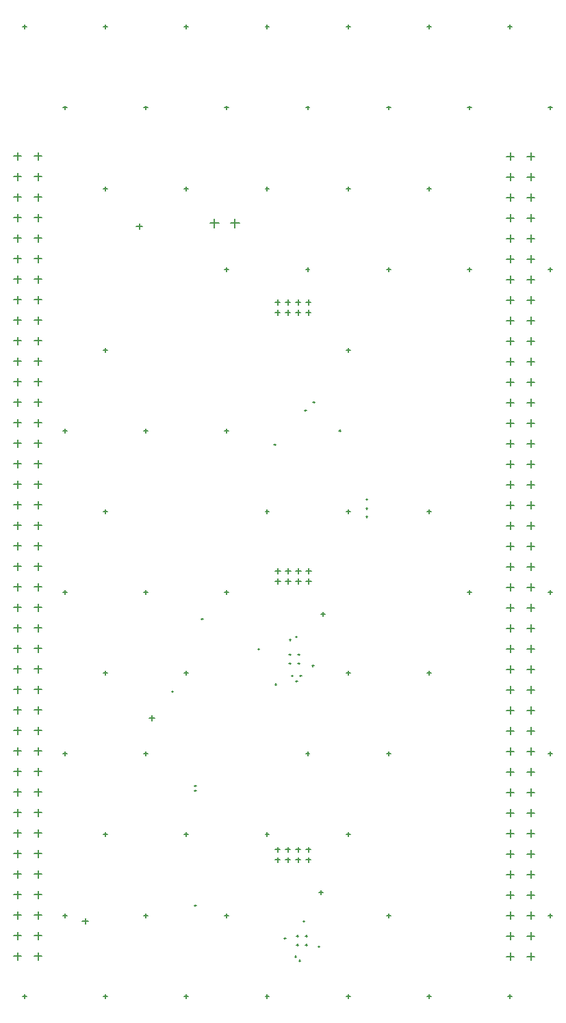
<source format=gbr>
%TF.GenerationSoftware,Altium Limited,Altium Designer,19.1.6 (110)*%
G04 Layer_Color=128*
%FSLAX26Y26*%
%MOIN*%
%TF.FileFunction,Drillmap*%
%TF.Part,Single*%
G01*
G75*
%TA.AperFunction,NonConductor*%
%ADD58C,0.005000*%
D58*
X-1359315Y2047956D02*
X-1323094D01*
X-1341205Y2029845D02*
Y2066066D01*
X-1359315Y1947956D02*
X-1323094D01*
X-1341205Y1929845D02*
Y1966066D01*
X-1359315Y1847956D02*
X-1323094D01*
X-1341205Y1829845D02*
Y1866066D01*
X-1359315Y1747956D02*
X-1323094D01*
X-1341205Y1729845D02*
Y1766066D01*
X-1359315Y1647956D02*
X-1323094D01*
X-1341205Y1629845D02*
Y1666066D01*
X-1359315Y1547956D02*
X-1323094D01*
X-1341205Y1529845D02*
Y1566066D01*
X-1359315Y1447956D02*
X-1323094D01*
X-1341205Y1429845D02*
Y1466066D01*
X-1359315Y1347956D02*
X-1323094D01*
X-1341205Y1329845D02*
Y1366066D01*
X-1359315Y1247956D02*
X-1323094D01*
X-1341205Y1229845D02*
Y1266066D01*
X-1359315Y1147956D02*
X-1323094D01*
X-1341205Y1129845D02*
Y1166066D01*
X-1359315Y1047956D02*
X-1323094D01*
X-1341205Y1029845D02*
Y1066066D01*
X-1359315Y947956D02*
X-1323094D01*
X-1341205Y929845D02*
Y966066D01*
X-1359315Y847956D02*
X-1323094D01*
X-1341205Y829845D02*
Y866066D01*
X-1359315Y747956D02*
X-1323094D01*
X-1341205Y729845D02*
Y766066D01*
X-1359315Y647956D02*
X-1323094D01*
X-1341205Y629845D02*
Y666066D01*
X-1359315Y547956D02*
X-1323094D01*
X-1341205Y529845D02*
Y566066D01*
X-1359315Y447955D02*
X-1323094D01*
X-1341205Y429845D02*
Y466066D01*
X-1359315Y347955D02*
X-1323094D01*
X-1341205Y329845D02*
Y366066D01*
X-1359315Y247956D02*
X-1323094D01*
X-1341205Y229845D02*
Y266066D01*
X-1359315Y147956D02*
X-1323094D01*
X-1341205Y129845D02*
Y166066D01*
X-1359315Y47956D02*
X-1323094D01*
X-1341205Y29845D02*
Y66066D01*
X-1359315Y-52044D02*
X-1323094D01*
X-1341205Y-70155D02*
Y-33934D01*
X-1359315Y-152044D02*
X-1323094D01*
X-1341205Y-170155D02*
Y-133934D01*
X-1359315Y-252044D02*
X-1323094D01*
X-1341205Y-270155D02*
Y-233934D01*
X-1359315Y-352045D02*
X-1323094D01*
X-1341205Y-370155D02*
Y-333934D01*
X-1359315Y-452045D02*
X-1323094D01*
X-1341205Y-470155D02*
Y-433934D01*
X-1359315Y-552044D02*
X-1323094D01*
X-1341205Y-570155D02*
Y-533934D01*
X-1359315Y-652044D02*
X-1323094D01*
X-1341205Y-670155D02*
Y-633934D01*
X-1359315Y-752044D02*
X-1323094D01*
X-1341205Y-770155D02*
Y-733934D01*
X-1359315Y-852044D02*
X-1323094D01*
X-1341205Y-870155D02*
Y-833934D01*
X-1359315Y-952044D02*
X-1323094D01*
X-1341205Y-970155D02*
Y-933934D01*
X-1359315Y-1052044D02*
X-1323094D01*
X-1341205Y-1070155D02*
Y-1033934D01*
X-1359315Y-1152044D02*
X-1323094D01*
X-1341205Y-1170155D02*
Y-1133934D01*
X-1359315Y-1252044D02*
X-1323094D01*
X-1341205Y-1270155D02*
Y-1233934D01*
X-1359315Y-1352044D02*
X-1323094D01*
X-1341205Y-1370155D02*
Y-1333934D01*
X-1359315Y-1452044D02*
X-1323094D01*
X-1341205Y-1470155D02*
Y-1433934D01*
X-1359315Y-1552044D02*
X-1323094D01*
X-1341205Y-1570155D02*
Y-1533934D01*
X-1359315Y-1652044D02*
X-1323094D01*
X-1341205Y-1670155D02*
Y-1633934D01*
X-1359315Y-1752044D02*
X-1323094D01*
X-1341205Y-1770155D02*
Y-1733934D01*
X-1359315Y-1852044D02*
X-1323094D01*
X-1341205Y-1870155D02*
Y-1833934D01*
X-1259315Y2047956D02*
X-1223094D01*
X-1241205Y2029845D02*
Y2066066D01*
X-1259315Y1947956D02*
X-1223094D01*
X-1241205Y1929845D02*
Y1966066D01*
X-1259315Y1847956D02*
X-1223094D01*
X-1241205Y1829845D02*
Y1866066D01*
X-1259315Y1747956D02*
X-1223094D01*
X-1241205Y1729845D02*
Y1766066D01*
X-1259315Y1647956D02*
X-1223094D01*
X-1241205Y1629845D02*
Y1666066D01*
X-1259315Y1547956D02*
X-1223094D01*
X-1241205Y1529845D02*
Y1566066D01*
X-1259315Y1447956D02*
X-1223094D01*
X-1241205Y1429845D02*
Y1466066D01*
X-1259315Y1347956D02*
X-1223094D01*
X-1241205Y1329845D02*
Y1366066D01*
X-1259315Y1247956D02*
X-1223094D01*
X-1241205Y1229845D02*
Y1266066D01*
X-1259315Y1147956D02*
X-1223094D01*
X-1241205Y1129845D02*
Y1166066D01*
X-1259315Y1047956D02*
X-1223094D01*
X-1241205Y1029845D02*
Y1066066D01*
X-1259315Y947956D02*
X-1223094D01*
X-1241205Y929845D02*
Y966066D01*
X-1259315Y847956D02*
X-1223094D01*
X-1241205Y829845D02*
Y866066D01*
X-1259315Y747956D02*
X-1223094D01*
X-1241205Y729845D02*
Y766066D01*
X-1259315Y647956D02*
X-1223094D01*
X-1241205Y629845D02*
Y666066D01*
X-1259315Y547956D02*
X-1223094D01*
X-1241205Y529845D02*
Y566066D01*
X-1259315Y447955D02*
X-1223094D01*
X-1241205Y429845D02*
Y466066D01*
X-1259315Y347955D02*
X-1223094D01*
X-1241205Y329845D02*
Y366066D01*
X-1259315Y247956D02*
X-1223094D01*
X-1241205Y229845D02*
Y266066D01*
X-1259315Y147956D02*
X-1223094D01*
X-1241205Y129845D02*
Y166066D01*
X-1259315Y47956D02*
X-1223094D01*
X-1241205Y29845D02*
Y66066D01*
X-1259315Y-52044D02*
X-1223094D01*
X-1241205Y-70155D02*
Y-33934D01*
X-1259315Y-152044D02*
X-1223094D01*
X-1241205Y-170155D02*
Y-133934D01*
X-1259315Y-252044D02*
X-1223094D01*
X-1241205Y-270155D02*
Y-233934D01*
X-1259315Y-352045D02*
X-1223094D01*
X-1241205Y-370155D02*
Y-333934D01*
X-1259315Y-452045D02*
X-1223094D01*
X-1241205Y-470155D02*
Y-433934D01*
X-1259315Y-552044D02*
X-1223094D01*
X-1241205Y-570155D02*
Y-533934D01*
X-1259315Y-652044D02*
X-1223094D01*
X-1241205Y-670155D02*
Y-633934D01*
X-1259315Y-752044D02*
X-1223094D01*
X-1241205Y-770155D02*
Y-733934D01*
X-1259315Y-852044D02*
X-1223094D01*
X-1241205Y-870155D02*
Y-833934D01*
X-1259315Y-952044D02*
X-1223094D01*
X-1241205Y-970155D02*
Y-933934D01*
X-1259315Y-1052044D02*
X-1223094D01*
X-1241205Y-1070155D02*
Y-1033934D01*
X-1259315Y-1152044D02*
X-1223094D01*
X-1241205Y-1170155D02*
Y-1133934D01*
X-1259315Y-1252044D02*
X-1223094D01*
X-1241205Y-1270155D02*
Y-1233934D01*
X-1259315Y-1352044D02*
X-1223094D01*
X-1241205Y-1370155D02*
Y-1333934D01*
X-1259315Y-1452044D02*
X-1223094D01*
X-1241205Y-1470155D02*
Y-1433934D01*
X-1259315Y-1552044D02*
X-1223094D01*
X-1241205Y-1570155D02*
Y-1533934D01*
X-1259315Y-1652044D02*
X-1223094D01*
X-1241205Y-1670155D02*
Y-1633934D01*
X-1259315Y-1752044D02*
X-1223094D01*
X-1241205Y-1770155D02*
Y-1733934D01*
X-1259315Y-1852044D02*
X-1223094D01*
X-1241205Y-1870155D02*
Y-1833934D01*
X1140685Y-1853029D02*
X1176906D01*
X1158795Y-1871139D02*
Y-1834919D01*
X1140685Y-1753029D02*
X1176906D01*
X1158795Y-1771139D02*
Y-1734919D01*
X1140685Y-1653029D02*
X1176906D01*
X1158795Y-1671139D02*
Y-1634919D01*
X1140685Y-1553029D02*
X1176906D01*
X1158795Y-1571139D02*
Y-1534919D01*
X1140685Y-1453029D02*
X1176906D01*
X1158795Y-1471139D02*
Y-1434919D01*
X1140685Y-1353029D02*
X1176906D01*
X1158795Y-1371139D02*
Y-1334919D01*
X1140685Y-1253029D02*
X1176906D01*
X1158795Y-1271139D02*
Y-1234919D01*
X1140685Y-1153029D02*
X1176906D01*
X1158795Y-1171139D02*
Y-1134919D01*
X1140685Y-1053029D02*
X1176906D01*
X1158795Y-1071139D02*
Y-1034919D01*
X1140685Y-953029D02*
X1176906D01*
X1158795Y-971139D02*
Y-934919D01*
X1140685Y-853029D02*
X1176906D01*
X1158795Y-871139D02*
Y-834919D01*
X1140685Y-753029D02*
X1176906D01*
X1158795Y-771139D02*
Y-734919D01*
X1140685Y-653029D02*
X1176906D01*
X1158795Y-671139D02*
Y-634919D01*
X1140685Y-553029D02*
X1176906D01*
X1158795Y-571139D02*
Y-534919D01*
X1140685Y-453029D02*
X1176906D01*
X1158795Y-471139D02*
Y-434919D01*
X1140685Y-353029D02*
X1176906D01*
X1158795Y-371139D02*
Y-334919D01*
X1140685Y-253029D02*
X1176906D01*
X1158795Y-271139D02*
Y-234919D01*
X1140685Y-153029D02*
X1176906D01*
X1158795Y-171139D02*
Y-134919D01*
X1140685Y-53029D02*
X1176906D01*
X1158795Y-71139D02*
Y-34919D01*
X1140685Y46971D02*
X1176906D01*
X1158795Y28861D02*
Y65081D01*
X1140685Y146971D02*
X1176906D01*
X1158795Y128861D02*
Y165081D01*
X1140685Y246971D02*
X1176906D01*
X1158795Y228861D02*
Y265081D01*
X1140685Y346971D02*
X1176906D01*
X1158795Y328861D02*
Y365081D01*
X1140685Y446971D02*
X1176906D01*
X1158795Y428861D02*
Y465081D01*
X1140685Y546971D02*
X1176906D01*
X1158795Y528861D02*
Y565081D01*
X1140685Y646971D02*
X1176906D01*
X1158795Y628861D02*
Y665081D01*
X1140685Y746971D02*
X1176906D01*
X1158795Y728861D02*
Y765081D01*
X1140685Y846971D02*
X1176906D01*
X1158795Y828861D02*
Y865081D01*
X1140685Y946971D02*
X1176906D01*
X1158795Y928861D02*
Y965081D01*
X1140685Y1046971D02*
X1176906D01*
X1158795Y1028861D02*
Y1065081D01*
X1140685Y1146971D02*
X1176906D01*
X1158795Y1128861D02*
Y1165081D01*
X1140685Y1246971D02*
X1176906D01*
X1158795Y1228861D02*
Y1265081D01*
X1140685Y1346971D02*
X1176906D01*
X1158795Y1328861D02*
Y1365081D01*
X1140685Y1446971D02*
X1176906D01*
X1158795Y1428861D02*
Y1465081D01*
X1140685Y1546971D02*
X1176906D01*
X1158795Y1528861D02*
Y1565081D01*
X1140685Y1646971D02*
X1176906D01*
X1158795Y1628861D02*
Y1665081D01*
X1140685Y1746971D02*
X1176906D01*
X1158795Y1728861D02*
Y1765081D01*
X1140685Y1846971D02*
X1176906D01*
X1158795Y1828861D02*
Y1865081D01*
X1140685Y1946971D02*
X1176906D01*
X1158795Y1928861D02*
Y1965081D01*
X1140685Y2046971D02*
X1176906D01*
X1158795Y2028861D02*
Y2065081D01*
X1040685Y-1853029D02*
X1076906D01*
X1058795Y-1871139D02*
Y-1834919D01*
X1040685Y-1753029D02*
X1076906D01*
X1058795Y-1771139D02*
Y-1734919D01*
X1040685Y-1653029D02*
X1076906D01*
X1058795Y-1671139D02*
Y-1634919D01*
X1040685Y-1553029D02*
X1076906D01*
X1058795Y-1571139D02*
Y-1534919D01*
X1040685Y-1453029D02*
X1076906D01*
X1058795Y-1471139D02*
Y-1434919D01*
X1040685Y-1353029D02*
X1076906D01*
X1058795Y-1371139D02*
Y-1334919D01*
X1040685Y-1253029D02*
X1076906D01*
X1058795Y-1271139D02*
Y-1234919D01*
X1040685Y-1153029D02*
X1076906D01*
X1058795Y-1171139D02*
Y-1134919D01*
X1040685Y-1053029D02*
X1076906D01*
X1058795Y-1071139D02*
Y-1034919D01*
X1040685Y-953029D02*
X1076906D01*
X1058795Y-971139D02*
Y-934919D01*
X1040685Y-853029D02*
X1076906D01*
X1058795Y-871139D02*
Y-834919D01*
X1040685Y-753029D02*
X1076906D01*
X1058795Y-771139D02*
Y-734919D01*
X1040685Y-653029D02*
X1076906D01*
X1058795Y-671139D02*
Y-634919D01*
X1040685Y-553029D02*
X1076906D01*
X1058795Y-571139D02*
Y-534919D01*
X1040685Y-453029D02*
X1076906D01*
X1058795Y-471139D02*
Y-434919D01*
X1040685Y-353029D02*
X1076906D01*
X1058795Y-371139D02*
Y-334919D01*
X1040685Y-253029D02*
X1076906D01*
X1058795Y-271139D02*
Y-234919D01*
X1040685Y-153029D02*
X1076906D01*
X1058795Y-171139D02*
Y-134919D01*
X1040685Y-53029D02*
X1076906D01*
X1058795Y-71139D02*
Y-34919D01*
X1040685Y46971D02*
X1076906D01*
X1058795Y28861D02*
Y65081D01*
X1040685Y146971D02*
X1076906D01*
X1058795Y128861D02*
Y165081D01*
X1040685Y246971D02*
X1076906D01*
X1058795Y228861D02*
Y265081D01*
X1040685Y346971D02*
X1076906D01*
X1058795Y328861D02*
Y365081D01*
X1040685Y446971D02*
X1076906D01*
X1058795Y428861D02*
Y465081D01*
X1040685Y546971D02*
X1076906D01*
X1058795Y528861D02*
Y565081D01*
X1040685Y646971D02*
X1076906D01*
X1058795Y628861D02*
Y665081D01*
X1040685Y746971D02*
X1076906D01*
X1058795Y728861D02*
Y765081D01*
X1040685Y846971D02*
X1076906D01*
X1058795Y828861D02*
Y865081D01*
X1040685Y946971D02*
X1076906D01*
X1058795Y928861D02*
Y965081D01*
X1040685Y1046971D02*
X1076906D01*
X1058795Y1028861D02*
Y1065081D01*
X1040685Y1146971D02*
X1076906D01*
X1058795Y1128861D02*
Y1165081D01*
X1040685Y1246971D02*
X1076906D01*
X1058795Y1228861D02*
Y1265081D01*
X1040685Y1346971D02*
X1076906D01*
X1058795Y1328861D02*
Y1365081D01*
X1040685Y1446971D02*
X1076906D01*
X1058795Y1428861D02*
Y1465081D01*
X1040685Y1546971D02*
X1076906D01*
X1058795Y1528861D02*
Y1565081D01*
X1040685Y1646971D02*
X1076906D01*
X1058795Y1628861D02*
Y1665081D01*
X1040685Y1746971D02*
X1076906D01*
X1058795Y1728861D02*
Y1765081D01*
X1040685Y1846971D02*
X1076906D01*
X1058795Y1828861D02*
Y1865081D01*
X1040685Y1946971D02*
X1076906D01*
X1058795Y1928861D02*
Y1965081D01*
X1040685Y2046971D02*
X1076906D01*
X1058795Y2028861D02*
Y2065081D01*
X-87500Y1285520D02*
X-62500D01*
X-75000Y1273020D02*
Y1298020D01*
X-87500Y1335520D02*
X-62500D01*
X-75000Y1323020D02*
Y1348020D01*
X-37500Y1285520D02*
X-12500D01*
X-25000Y1273020D02*
Y1298020D01*
X-37500Y1335520D02*
X-12500D01*
X-25000Y1323020D02*
Y1348020D01*
X12500Y1285520D02*
X37500D01*
X25000Y1273020D02*
Y1298020D01*
X12500Y1335520D02*
X37500D01*
X25000Y1323020D02*
Y1348020D01*
X62500Y1285520D02*
X87500D01*
X75000Y1273020D02*
Y1298020D01*
X62500Y1335520D02*
X87500D01*
X75000Y1323020D02*
Y1348020D01*
X63500Y25520D02*
X88500D01*
X76000Y13020D02*
Y38020D01*
X63500Y-24480D02*
X88500D01*
X76000Y-36980D02*
Y-11980D01*
X13500Y25520D02*
X38500D01*
X26000Y13020D02*
Y38020D01*
X13500Y-24480D02*
X38500D01*
X26000Y-36980D02*
Y-11980D01*
X-36500Y25520D02*
X-11500D01*
X-24000Y13020D02*
Y38020D01*
X-36500Y-24480D02*
X-11500D01*
X-24000Y-36980D02*
Y-11980D01*
X-86500Y25520D02*
X-61500D01*
X-74000Y13020D02*
Y38020D01*
X-86500Y-24480D02*
X-61500D01*
X-74000Y-36980D02*
Y-11980D01*
X-87500Y-1382480D02*
X-62500D01*
X-75000Y-1394980D02*
Y-1369980D01*
X-87500Y-1332480D02*
X-62500D01*
X-75000Y-1344980D02*
Y-1319980D01*
X-37500Y-1382480D02*
X-12500D01*
X-25000Y-1394980D02*
Y-1369980D01*
X-37500Y-1332480D02*
X-12500D01*
X-25000Y-1344980D02*
Y-1319980D01*
X12500Y-1382480D02*
X37500D01*
X25000Y-1394980D02*
Y-1369980D01*
X12500Y-1332480D02*
X37500D01*
X25000Y-1344980D02*
Y-1319980D01*
X62500Y-1382480D02*
X87500D01*
X75000Y-1394980D02*
Y-1369980D01*
X62500Y-1332480D02*
X87500D01*
X75000Y-1344980D02*
Y-1319980D01*
X-304654Y1722000D02*
X-261346D01*
X-283000Y1700347D02*
Y1743653D01*
X-404654Y1722000D02*
X-361346D01*
X-383000Y1700347D02*
Y1743653D01*
X-170437Y-353500D02*
X-162563D01*
X-166500Y-357437D02*
Y-349563D01*
X135157Y-184000D02*
X154843D01*
X145000Y-193843D02*
Y-174157D01*
X-17937Y-309000D02*
X-10063D01*
X-14000Y-312937D02*
Y-305063D01*
X125157Y-1540000D02*
X144843D01*
X135000Y-1549842D02*
Y-1530158D01*
X-591937Y-562000D02*
X-584063D01*
X-588000Y-565937D02*
Y-558063D01*
X355063Y331000D02*
X362937D01*
X359000Y327063D02*
Y334937D01*
X356063Y291000D02*
X363937D01*
X360000Y287063D02*
Y294937D01*
X355063Y375000D02*
X362937D01*
X359000Y371063D02*
Y378937D01*
X224063Y710000D02*
X231937D01*
X228000Y706063D02*
Y713937D01*
X93063Y-436000D02*
X100937D01*
X97000Y-439937D02*
Y-432063D01*
X-479937Y-1022000D02*
X-472063D01*
X-476000Y-1025937D02*
Y-1018063D01*
X-479937Y-1044000D02*
X-472063D01*
X-476000Y-1047937D02*
Y-1040063D01*
X56590Y808473D02*
X64465D01*
X60528Y804536D02*
Y812410D01*
X-701000Y-692000D02*
X-673000D01*
X-687000Y-706000D02*
Y-678000D01*
X-1026000Y-1682000D02*
X-998000D01*
X-1012000Y-1696000D02*
Y-1668000D01*
X-763000Y1706000D02*
X-735000D01*
X-749000Y1692000D02*
Y1720000D01*
X1045307Y2677709D02*
X1064992D01*
X1055150Y2667866D02*
Y2687551D01*
X1242158Y2284008D02*
X1261842D01*
X1252000Y2274166D02*
Y2293851D01*
X1242158Y1496606D02*
X1261842D01*
X1252000Y1486764D02*
Y1506449D01*
X1242158Y-78197D02*
X1261842D01*
X1252000Y-88039D02*
Y-68354D01*
X1242158Y-865598D02*
X1261842D01*
X1252000Y-875441D02*
Y-855756D01*
X1242158Y-1653000D02*
X1261842D01*
X1252000Y-1662842D02*
Y-1643158D01*
X1045307Y-2046701D02*
X1064992D01*
X1055150Y-2056543D02*
Y-2036858D01*
X651606Y2677709D02*
X671291D01*
X661449Y2667866D02*
Y2687551D01*
X848457Y2284008D02*
X868142D01*
X858299Y2274166D02*
Y2293851D01*
X651606Y1890307D02*
X671291D01*
X661449Y1880465D02*
Y1900150D01*
X848457Y1496606D02*
X868142D01*
X858299Y1486764D02*
Y1506449D01*
X651606Y315504D02*
X671291D01*
X661449Y305661D02*
Y325346D01*
X848457Y-78197D02*
X868142D01*
X858299Y-88039D02*
Y-68354D01*
X651606Y-471898D02*
X671291D01*
X661449Y-481740D02*
Y-462055D01*
X651606Y-2046701D02*
X671291D01*
X661449Y-2056543D02*
Y-2036858D01*
X257906Y2677709D02*
X277591D01*
X267748Y2667866D02*
Y2687551D01*
X454756Y2284008D02*
X474441D01*
X464598Y2274166D02*
Y2293851D01*
X257906Y1890307D02*
X277591D01*
X267748Y1880465D02*
Y1900150D01*
X454756Y1496606D02*
X474441D01*
X464598Y1486764D02*
Y1506449D01*
X257906Y1102906D02*
X277591D01*
X267748Y1093063D02*
Y1112748D01*
X257906Y315504D02*
X277591D01*
X267748Y305661D02*
Y325346D01*
X257906Y-471898D02*
X277591D01*
X267748Y-481740D02*
Y-462055D01*
X454756Y-865598D02*
X474441D01*
X464598Y-875441D02*
Y-855756D01*
X257906Y-1259299D02*
X277591D01*
X267748Y-1269142D02*
Y-1249457D01*
X454756Y-1653000D02*
X474441D01*
X464598Y-1662842D02*
Y-1643158D01*
X257906Y-2046701D02*
X277591D01*
X267748Y-2056543D02*
Y-2036858D01*
X-135795Y2677709D02*
X-116110D01*
X-125953Y2667866D02*
Y2687551D01*
X61055Y2284008D02*
X80740D01*
X70898Y2274166D02*
Y2293851D01*
X-135795Y1890307D02*
X-116110D01*
X-125953Y1880465D02*
Y1900150D01*
X61055Y1496606D02*
X80740D01*
X70898Y1486764D02*
Y1506449D01*
X-135795Y315504D02*
X-116110D01*
X-125953Y305661D02*
Y325346D01*
X61055Y-865598D02*
X80740D01*
X70898Y-875441D02*
Y-855756D01*
X-135795Y-1259299D02*
X-116110D01*
X-125953Y-1269142D02*
Y-1249457D01*
X-135795Y-2046701D02*
X-116110D01*
X-125953Y-2056543D02*
Y-2036858D01*
X-529496Y2677709D02*
X-509811D01*
X-519654Y2667866D02*
Y2687551D01*
X-332646Y2284008D02*
X-312961D01*
X-322803Y2274166D02*
Y2293851D01*
X-529496Y1890307D02*
X-509811D01*
X-519654Y1880465D02*
Y1900150D01*
X-332646Y1496606D02*
X-312961D01*
X-322803Y1486764D02*
Y1506449D01*
X-332646Y709205D02*
X-312961D01*
X-322803Y699362D02*
Y719047D01*
X-332646Y-78197D02*
X-312961D01*
X-322803Y-88039D02*
Y-68354D01*
X-529496Y-471898D02*
X-509811D01*
X-519654Y-481740D02*
Y-462055D01*
X-529496Y-1259299D02*
X-509811D01*
X-519654Y-1269142D02*
Y-1249457D01*
X-332646Y-1653000D02*
X-312961D01*
X-322803Y-1662842D02*
Y-1643158D01*
X-529496Y-2046701D02*
X-509811D01*
X-519654Y-2056543D02*
Y-2036858D01*
X-923197Y2677709D02*
X-903512D01*
X-913354Y2667866D02*
Y2687551D01*
X-726346Y2284008D02*
X-706662D01*
X-716504Y2274166D02*
Y2293851D01*
X-923197Y1890307D02*
X-903512D01*
X-913354Y1880465D02*
Y1900150D01*
X-923197Y1102906D02*
X-903512D01*
X-913354Y1093063D02*
Y1112748D01*
X-726346Y709205D02*
X-706662D01*
X-716504Y699362D02*
Y719047D01*
X-923197Y315504D02*
X-903512D01*
X-913354Y305661D02*
Y325346D01*
X-726346Y-78197D02*
X-706662D01*
X-716504Y-88039D02*
Y-68354D01*
X-923197Y-471898D02*
X-903512D01*
X-913354Y-481740D02*
Y-462055D01*
X-726346Y-865598D02*
X-706662D01*
X-716504Y-875441D02*
Y-855756D01*
X-923197Y-1259299D02*
X-903512D01*
X-913354Y-1269142D02*
Y-1249457D01*
X-726346Y-1653000D02*
X-706662D01*
X-716504Y-1662842D02*
Y-1643158D01*
X-923197Y-2046701D02*
X-903512D01*
X-913354Y-2056543D02*
Y-2036858D01*
X-1316898Y2677709D02*
X-1297213D01*
X-1307055Y2667866D02*
Y2687551D01*
X-1120047Y2284008D02*
X-1100362D01*
X-1110205Y2274166D02*
Y2293851D01*
X-1120047Y709205D02*
X-1100362D01*
X-1110205Y699362D02*
Y719047D01*
X-1120047Y-78197D02*
X-1100362D01*
X-1110205Y-88039D02*
Y-68354D01*
X-1120047Y-865598D02*
X-1100362D01*
X-1110205Y-875441D02*
Y-855756D01*
X-1120047Y-1653000D02*
X-1100362D01*
X-1110205Y-1662842D02*
Y-1643158D01*
X-1316898Y-2046701D02*
X-1297213D01*
X-1307055Y-2056543D02*
Y-2036858D01*
X-479937Y-1604000D02*
X-472063D01*
X-476000Y-1607937D02*
Y-1600063D01*
X-446937Y-208000D02*
X-439063D01*
X-443000Y-211937D02*
Y-204063D01*
X49063Y-1682000D02*
X56937D01*
X53000Y-1685937D02*
Y-1678063D01*
X29213Y-1873000D02*
X37087D01*
X33150Y-1876937D02*
Y-1869063D01*
X9063Y-1853000D02*
X16937D01*
X13000Y-1856937D02*
Y-1849063D01*
X121740Y-1805000D02*
X129614D01*
X125677Y-1808937D02*
Y-1801063D01*
X23874Y-380189D02*
X31748D01*
X27811Y-384126D02*
Y-376252D01*
X-43614Y-1765000D02*
X-35740D01*
X-39677Y-1768937D02*
Y-1761063D01*
X60717Y-1796654D02*
X68591D01*
X64654Y-1800591D02*
Y-1792717D01*
X17410Y-1796654D02*
X25284D01*
X21346Y-1800591D02*
Y-1792717D01*
X60717Y-1753347D02*
X68591D01*
X64654Y-1757284D02*
Y-1749409D01*
X17410Y-1753347D02*
X25284D01*
X21346Y-1757284D02*
Y-1749409D01*
X-19433Y-380189D02*
X-11559D01*
X-15496Y-384126D02*
Y-376252D01*
X-19433Y-423496D02*
X-11559D01*
X-15496Y-427433D02*
Y-419559D01*
X23874Y-423496D02*
X31748D01*
X27811Y-427433D02*
Y-419559D01*
X-7937Y-484504D02*
X-63D01*
X-4000Y-488441D02*
Y-480567D01*
X13063Y-511504D02*
X20937D01*
X17000Y-515441D02*
Y-507567D01*
X33063Y-485504D02*
X40937D01*
X37000Y-489441D02*
Y-481567D01*
X12063Y-295000D02*
X19937D01*
X16000Y-298937D02*
Y-291063D01*
X-87937Y-526449D02*
X-80063D01*
X-84000Y-530386D02*
Y-522512D01*
X97063Y848000D02*
X104937D01*
X101000Y844063D02*
Y851937D01*
X-92937Y643000D02*
X-85063D01*
X-89000Y639063D02*
Y646937D01*
%TF.MD5,32b74774ecc10c79bfbb4566a4b6933e*%
M02*

</source>
